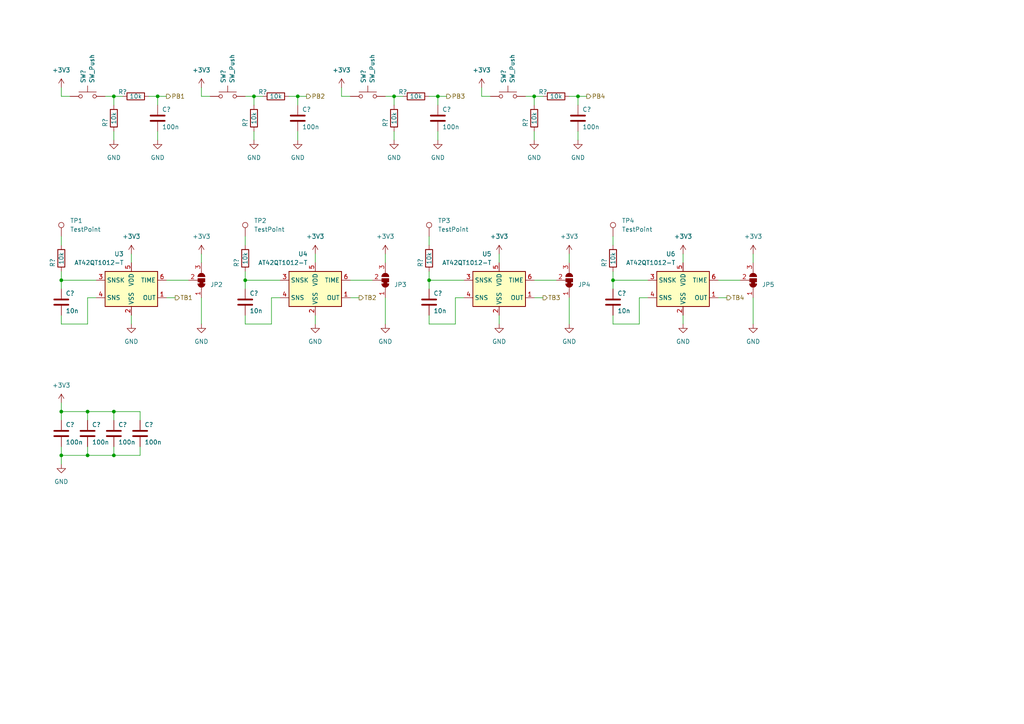
<source format=kicad_sch>
(kicad_sch (version 20230121) (generator eeschema)
  (paper "A4")
  (lib_symbols
    (symbol "Connector:TestPoint" (pin_numbers hide) (pin_names (offset 0.762) hide)
      (property "Reference" "TP" (at 0 6.858 0))
      (property "Value" "TestPoint" (at 0 5.08 0))
      (symbol "TestPoint_0_1"
        (circle (center 0 3.302) (radius 0.762))
      )
      (symbol "TestPoint_1_1"
        (pin passive line (at 0 0 90) (length 2.54) (name "1") (number "1"))
      )
    )
    (symbol "Device:C" (pin_numbers hide) (pin_names (offset 0.254))
      (property "Reference" "C" (at 0.635 2.54 0))
      (property "Value" "C" (at 0.635 -2.54 0))
      (symbol "C_0_1"
        (polyline (pts (xy -2.032 -0.762) (xy 2.032 -0.762)) (stroke (width 0.508)))
        (polyline (pts (xy -2.032 0.762) (xy 2.032 0.762)) (stroke (width 0.508)))
      )
      (symbol "C_1_1"
        (pin passive line (at 0 3.81 270) (length 2.794) (name "~") (number "1"))
        (pin passive line (at 0 -3.81 90) (length 2.794) (name "~") (number "2"))
      )
    )
    (symbol "Device:R" (pin_numbers hide) (pin_names (offset 0))
      (property "Reference" "R" (at 2.032 0 90))
      (property "Value" "R" (at 0 0 90))
      (symbol "R_0_1"
        (rectangle (start -1.016 -2.54) (end 1.016 2.54) (stroke (width 0.254)))
      )
      (symbol "R_1_1"
        (pin passive line (at 0 3.81 270) (length 1.27) (name "~") (number "1"))
        (pin passive line (at 0 -3.81 90) (length 1.27) (name "~") (number "2"))
      )
    )
    (symbol "Jumper:SolderJumper_3_Bridged12" (pin_names (offset 0) hide)
      (property "Reference" "JP" (at -2.54 -2.54 0))
      (property "Value" "SolderJumper_3_Bridged12" (at 0 2.794 0))
      (symbol "SolderJumper_3_Bridged12_0_1"
        (rectangle (start -1.016 0.508) (end -0.508 -0.508) (fill (type outline)))
        (arc (start -1.016 1.016) (mid -2.0276 0) (end -1.016 -1.016))
        (arc (start -1.016 1.016) (mid -2.0276 0) (end -1.016 -1.016) (fill (type outline)))
        (rectangle (start -0.508 1.016) (end 0.508 -1.016) (fill (type outline)))
        (polyline (pts (xy -2.54 0) (xy -2.032 0)))
        (polyline (pts (xy -1.016 1.016) (xy -1.016 -1.016)))
        (polyline (pts (xy 0 -1.27) (xy 0 -1.016)))
        (polyline (pts (xy 1.016 1.016) (xy 1.016 -1.016)))
        (polyline (pts (xy 2.54 0) (xy 2.032 0)))
        (arc (start 1.016 -1.016) (mid 2.0276 0) (end 1.016 1.016))
        (arc (start 1.016 -1.016) (mid 2.0276 0) (end 1.016 1.016) (fill (type outline)))
      )
      (symbol "SolderJumper_3_Bridged12_1_1"
        (pin passive line (at -5.08 0 0) (length 2.54) (name "A") (number "1"))
        (pin passive line (at 0 -3.81 90) (length 2.54) (name "C") (number "2"))
        (pin passive line (at 5.08 0 180) (length 2.54) (name "B") (number "3"))
      )
    )
    (symbol "Sensor_Touch:AT42QT1012-T"
      (property "Reference" "U" (at -2.54 8.89 0))
      (property "Value" "AT42QT1012-T" (at -2.54 6.35 0))
      (symbol "AT42QT1012-T_0_1"
        (rectangle (start -7.62 5.08) (end 7.62 -5.08) (stroke (width 0.254)) (fill (type background)))
      )
      (symbol "AT42QT1012-T_1_1"
        (pin output line (at -10.16 -2.54 0) (length 2.54) (name "OUT") (number "1"))
        (pin power_in line (at 0 -7.62 90) (length 2.54) (name "VSS") (number "2"))
        (pin passive line (at 10.16 2.54 180) (length 2.54) (name "SNSK") (number "3"))
        (pin passive line (at 10.16 -2.54 180) (length 2.54) (name "SNS") (number "4"))
        (pin power_in line (at 0 7.62 270) (length 2.54) (name "VDD") (number "5"))
        (pin input line (at -10.16 2.54 0) (length 2.54) (name "TIME") (number "6"))
      )
    )
    (symbol "Switch:SW_Push" (pin_numbers hide) (pin_names (offset 1.016) hide)
      (property "Reference" "SW" (at 1.27 2.54 0))
      (property "Value" "SW_Push" (at 0 -1.524 0))
      (symbol "SW_Push_0_1"
        (circle (center -2.032 0) (radius 0.508))
        (polyline (pts (xy 0 1.27) (xy 0 3.048)))
        (polyline (pts (xy 2.54 1.27) (xy -2.54 1.27)))
        (circle (center 2.032 0) (radius 0.508))
        (pin passive line (at -5.08 0 0) (length 2.54) (name "1") (number "1"))
        (pin passive line (at 5.08 0 180) (length 2.54) (name "2") (number "2"))
      )
    )
    (symbol "power:+3V3" (power) (pin_names (offset 0))
      (property "Value" "+3V3" (at 0 3.556 0))
      (symbol "+3V3_0_1"
        (polyline (pts (xy -0.762 1.27) (xy 0 2.54)))
        (polyline (pts (xy 0 0) (xy 0 2.54)))
        (polyline (pts (xy 0 2.54) (xy 0.762 1.27)))
      )
      (symbol "+3V3_1_1"
        (pin power_in line (at 0 0 90) (length 0) hide (name "+3V3") (number "1"))
      )
    )
    (symbol "power:GND" (power) (pin_names (offset 0))
      (property "Value" "GND" (at 0 -3.81 0))
      (symbol "GND_0_1"
        (polyline (pts (xy 0 0) (xy 0 -1.27) (xy 1.27 -1.27) (xy 0 -2.54) (xy -1.27 -1.27) (xy 0 -1.27)))
      )
      (symbol "GND_1_1"
        (pin power_in line (at 0 0 270) (length 0) hide (name "GND") (number "1"))
      )
    )
  )
  (junction (at 114.3 27.94))
  (junction (at 127 27.94))
  (junction (at 33.02 132.08))
  (junction (at 167.64 27.94))
  (junction (at 154.94 27.94))
  (junction (at 17.78 132.08))
  (junction (at 33.02 27.94))
  (junction (at 45.72 27.94))
  (junction (at 73.66 27.94))
  (junction (at 17.78 119.38))
  (junction (at 25.4 132.08))
  (junction (at 86.36 27.94))
  (junction (at 71.12 81.28))
  (junction (at 25.4 119.38))
  (junction (at 17.78 81.28))
  (junction (at 177.8 81.28))
  (junction (at 33.02 119.38))
  (junction (at 124.46 81.28))
  (wire (pts (xy 33.02 27.94) (xy 35.56 27.94)))
  (wire (pts (xy 198.12 73.66) (xy 198.12 76.2)))
  (wire (pts (xy 17.78 68.58) (xy 17.78 71.12)))
  (wire (pts (xy 165.1 86.36) (xy 165.1 93.98)))
  (wire (pts (xy 167.64 27.94) (xy 167.64 30.48)))
  (wire (pts (xy 33.02 132.08) (xy 25.4 132.08)))
  (wire (pts (xy 73.66 38.1) (xy 73.66 40.64)))
  (wire (pts (xy 144.78 73.66) (xy 144.78 76.2)))
  (wire (pts (xy 33.02 129.54) (xy 33.02 132.08)))
  (wire (pts (xy 167.64 38.1) (xy 167.64 40.64)))
  (wire (pts (xy 208.28 86.36) (xy 210.82 86.36)))
  (wire (pts (xy 71.12 68.58) (xy 71.12 71.12)))
  (wire (pts (xy 40.64 119.38) (xy 40.64 121.92)))
  (wire (pts (xy 40.64 129.54) (xy 40.64 132.08)))
  (wire (pts (xy 58.42 86.36) (xy 58.42 93.98)))
  (wire (pts (xy 71.12 81.28) (xy 71.12 83.82)))
  (wire (pts (xy 154.94 27.94) (xy 154.94 30.48)))
  (wire (pts (xy 127 27.94) (xy 129.54 27.94)))
  (wire (pts (xy 134.62 81.28) (xy 124.46 81.28)))
  (wire (pts (xy 154.94 27.94) (xy 157.48 27.94)))
  (wire (pts (xy 132.08 86.36) (xy 132.08 93.98)))
  (wire (pts (xy 33.02 119.38) (xy 25.4 119.38)))
  (wire (pts (xy 78.74 93.98) (xy 71.12 93.98)))
  (wire (pts (xy 48.26 86.36) (xy 50.8 86.36)))
  (wire (pts (xy 177.8 68.58) (xy 177.8 71.12)))
  (wire (pts (xy 91.44 73.66) (xy 91.44 76.2)))
  (wire (pts (xy 38.1 91.44) (xy 38.1 93.98)))
  (wire (pts (xy 45.72 27.94) (xy 48.26 27.94)))
  (wire (pts (xy 152.4 27.94) (xy 154.94 27.94)))
  (wire (pts (xy 114.3 38.1) (xy 114.3 40.64)))
  (wire (pts (xy 86.36 27.94) (xy 86.36 30.48)))
  (wire (pts (xy 99.06 27.94) (xy 101.6 27.94)))
  (wire (pts (xy 40.64 132.08) (xy 33.02 132.08)))
  (wire (pts (xy 111.76 27.94) (xy 114.3 27.94)))
  (wire (pts (xy 154.94 38.1) (xy 154.94 40.64)))
  (wire (pts (xy 25.4 86.36) (xy 25.4 93.98)))
  (wire (pts (xy 17.78 93.98) (xy 17.78 91.44)))
  (wire (pts (xy 124.46 93.98) (xy 124.46 91.44)))
  (wire (pts (xy 101.6 86.36) (xy 104.14 86.36)))
  (wire (pts (xy 139.7 25.4) (xy 139.7 27.94)))
  (wire (pts (xy 45.72 27.94) (xy 45.72 30.48)))
  (wire (pts (xy 33.02 30.48) (xy 33.02 27.94)))
  (wire (pts (xy 127 38.1) (xy 127 40.64)))
  (wire (pts (xy 144.78 91.44) (xy 144.78 93.98)))
  (wire (pts (xy 134.62 86.36) (xy 132.08 86.36)))
  (wire (pts (xy 86.36 27.94) (xy 88.9 27.94)))
  (wire (pts (xy 25.4 119.38) (xy 25.4 121.92)))
  (wire (pts (xy 33.02 119.38) (xy 33.02 121.92)))
  (wire (pts (xy 139.7 27.94) (xy 142.24 27.94)))
  (wire (pts (xy 33.02 38.1) (xy 33.02 40.64)))
  (wire (pts (xy 48.26 81.28) (xy 54.61 81.28)))
  (wire (pts (xy 124.46 78.74) (xy 124.46 81.28)))
  (wire (pts (xy 114.3 27.94) (xy 116.84 27.94)))
  (wire (pts (xy 17.78 132.08) (xy 17.78 134.62)))
  (wire (pts (xy 165.1 27.94) (xy 167.64 27.94)))
  (wire (pts (xy 71.12 93.98) (xy 71.12 91.44)))
  (wire (pts (xy 124.46 27.94) (xy 127 27.94)))
  (wire (pts (xy 86.36 38.1) (xy 86.36 40.64)))
  (wire (pts (xy 30.48 27.94) (xy 33.02 27.94)))
  (wire (pts (xy 73.66 27.94) (xy 73.66 30.48)))
  (wire (pts (xy 111.76 86.36) (xy 111.76 93.98)))
  (wire (pts (xy 198.12 91.44) (xy 198.12 93.98)))
  (wire (pts (xy 124.46 68.58) (xy 124.46 71.12)))
  (wire (pts (xy 17.78 116.84) (xy 17.78 119.38)))
  (wire (pts (xy 43.18 27.94) (xy 45.72 27.94)))
  (wire (pts (xy 187.96 86.36) (xy 185.42 86.36)))
  (wire (pts (xy 17.78 121.92) (xy 17.78 119.38)))
  (wire (pts (xy 185.42 86.36) (xy 185.42 93.98)))
  (wire (pts (xy 99.06 25.4) (xy 99.06 27.94)))
  (wire (pts (xy 185.42 93.98) (xy 177.8 93.98)))
  (wire (pts (xy 73.66 27.94) (xy 76.2 27.94)))
  (wire (pts (xy 177.8 78.74) (xy 177.8 81.28)))
  (wire (pts (xy 27.94 86.36) (xy 25.4 86.36)))
  (wire (pts (xy 58.42 27.94) (xy 60.96 27.94)))
  (wire (pts (xy 111.76 73.66) (xy 111.76 76.2)))
  (wire (pts (xy 101.6 81.28) (xy 107.95 81.28)))
  (wire (pts (xy 25.4 93.98) (xy 17.78 93.98)))
  (wire (pts (xy 71.12 78.74) (xy 71.12 81.28)))
  (wire (pts (xy 45.72 38.1) (xy 45.72 40.64)))
  (wire (pts (xy 187.96 81.28) (xy 177.8 81.28)))
  (wire (pts (xy 91.44 91.44) (xy 91.44 93.98)))
  (wire (pts (xy 177.8 81.28) (xy 177.8 83.82)))
  (wire (pts (xy 165.1 73.66) (xy 165.1 76.2)))
  (wire (pts (xy 17.78 78.74) (xy 17.78 81.28)))
  (wire (pts (xy 127 27.94) (xy 127 30.48)))
  (wire (pts (xy 17.78 81.28) (xy 17.78 83.82)))
  (wire (pts (xy 20.32 27.94) (xy 17.78 27.94)))
  (wire (pts (xy 17.78 129.54) (xy 17.78 132.08)))
  (wire (pts (xy 177.8 93.98) (xy 177.8 91.44)))
  (wire (pts (xy 218.44 73.66) (xy 218.44 76.2)))
  (wire (pts (xy 17.78 119.38) (xy 25.4 119.38)))
  (wire (pts (xy 17.78 27.94) (xy 17.78 25.4)))
  (wire (pts (xy 81.28 81.28) (xy 71.12 81.28)))
  (wire (pts (xy 58.42 25.4) (xy 58.42 27.94)))
  (wire (pts (xy 114.3 27.94) (xy 114.3 30.48)))
  (wire (pts (xy 17.78 132.08) (xy 25.4 132.08)))
  (wire (pts (xy 38.1 73.66) (xy 38.1 76.2)))
  (wire (pts (xy 218.44 86.36) (xy 218.44 93.98)))
  (wire (pts (xy 167.64 27.94) (xy 170.18 27.94)))
  (wire (pts (xy 154.94 81.28) (xy 161.29 81.28)))
  (wire (pts (xy 78.74 86.36) (xy 78.74 93.98)))
  (wire (pts (xy 83.82 27.94) (xy 86.36 27.94)))
  (wire (pts (xy 33.02 119.38) (xy 40.64 119.38)))
  (wire (pts (xy 208.28 81.28) (xy 214.63 81.28)))
  (wire (pts (xy 81.28 86.36) (xy 78.74 86.36)))
  (wire (pts (xy 132.08 93.98) (xy 124.46 93.98)))
  (wire (pts (xy 124.46 81.28) (xy 124.46 83.82)))
  (wire (pts (xy 58.42 73.66) (xy 58.42 76.2)))
  (wire (pts (xy 25.4 129.54) (xy 25.4 132.08)))
  (wire (pts (xy 71.12 27.94) (xy 73.66 27.94)))
  (wire (pts (xy 154.94 86.36) (xy 157.48 86.36)))
  (wire (pts (xy 27.94 81.28) (xy 17.78 81.28)))
  (hierarchical_label "TB4" (shape output) (at 210.82 86.36 0))
  (hierarchical_label "PB4" (shape output) (at 170.18 27.94 0))
  (hierarchical_label "TB2" (shape output) (at 104.14 86.36 0))
  (hierarchical_label "PB3" (shape output) (at 129.54 27.94 0))
  (hierarchical_label "PB1" (shape output) (at 48.26 27.94 0))
  (hierarchical_label "TB1" (shape output) (at 50.8 86.36 0))
  (hierarchical_label "TB3" (shape output) (at 157.48 86.36 0))
  (hierarchical_label "PB2" (shape output) (at 88.9 27.94 0))
  (symbol (lib_id "power:GND") (at 165.1 93.98 0) (unit 1)
    (property "Reference" "#PWR?" (effects hide))
    (property "Value" "GND" (at 165.1 99.06 0))
    (instances (project "portal_lights" (path "" (reference "#PWR?") (unit 1)) (path "" (reference "#PWR047") (unit 1))))
  )
  (symbol (lib_id "Device:C") (at 45.72 34.29 0) (unit 1)
    (property "Reference" "C?" (at 46.99 31.75 0) (effects (justify left)))
    (property "Value" "100n" (at 46.99 36.83 0) (effects (justify left)))
    (property "Footprint" "Capacitor_SMD:C_0402_1005Metric_Pad0.74x0.62mm_HandSolder" (effects hide))
    (instances (project "portal_lights" (path "" (reference "C?") (unit 1)) (path "" (reference "C15") (unit 1))))
  )
  (symbol (lib_id "power:GND") (at 33.02 40.64 0) (unit 1)
    (property "Reference" "#PWR?" (effects hide))
    (property "Value" "GND" (at 33.02 45.72 0))
    (instances (project "portal_lights" (path "" (reference "#PWR?") (unit 1)) (path "" (reference "#PWR026") (unit 1))))
  )
  (symbol (lib_id "Sensor_Touch:AT42QT1012-T") (at 38.1 83.82 0) (mirror y) (unit 1)
    (property "Reference" "U3" (at 35.9059 73.66 0) (effects (justify left)))
    (property "Value" "AT42QT1012-T" (at 35.9059 76.2 0) (effects (justify left)))
    (property "Footprint" "Package_TO_SOT_SMD:SOT-23-6" (effects hide))
    (property "Datasheet" "http://ww1.microchip.com/downloads/en/DeviceDoc/40001948A.pdf" (effects hide))
  )
  (symbol (lib_id "Jumper:SolderJumper_3_Bridged12") (at 111.76 81.28 270) (mirror x) (unit 1)
    (property "Reference" "JP3" (at 114.3 82.55 90) (effects (justify left)))
    (property "Value" "SolderJumper_3_Bridged12" (effects hide))
    (property "Footprint" "Jumper:SolderJumper-3_P1.3mm_Bridged12_RoundedPad1.0x1.5mm" (effects hide))
  )
  (symbol (lib_id "Device:R") (at 114.3 34.29 0) (unit 1)
    (property "Reference" "R?" (at 111.76 35.56 90))
    (property "Value" "10k" (at 114.3 34.29 90))
    (property "Footprint" "Resistor_SMD:R_0402_1005Metric_Pad0.72x0.64mm_HandSolder" (effects hide))
    (instances (project "portal_lights" (path "" (reference "R?") (unit 1)) (path "" (reference "R11") (unit 1))))
  )
  (symbol (lib_id "power:+3V3") (at 165.1 73.66 0) (unit 1)
    (property "Reference" "#PWR039" (effects hide))
    (property "Value" "+3V3" (at 165.1 68.58 0))
  )
  (symbol (lib_id "Connector:TestPoint") (at 17.78 68.58 0) (unit 1)
    (property "Reference" "TP1" (at 20.32 64.008 0) (effects (justify left)))
    (property "Value" "TestPoint" (at 20.32 66.548 0) (effects (justify left)))
    (property "Footprint" "TestPoint:TestPoint_Pad_D4.0mm" (effects hide))
  )
  (symbol (lib_id "power:+3V3") (at 144.78 73.66 0) (unit 1)
    (property "Reference" "#PWR038" (effects hide))
    (property "Value" "+3V3" (at 144.78 68.58 0))
  )
  (symbol (lib_id "Device:C") (at 25.4 125.73 0) (unit 1)
    (property "Reference" "C?" (at 26.67 123.19 0) (effects (justify left)))
    (property "Value" "100n" (at 26.67 128.27 0) (effects (justify left)))
    (property "Footprint" "Capacitor_SMD:C_0402_1005Metric_Pad0.74x0.62mm_HandSolder" (effects hide))
    (instances (project "portal_lights" (path "" (reference "C?") (unit 1)) (path "" (reference "C24") (unit 1)) (path "" (reference "C?") (unit 1))))
  )
  (symbol (lib_id "Device:R") (at 71.12 74.93 0) (unit 1)
    (property "Reference" "R?" (at 68.58 76.2 90))
    (property "Value" "10k" (at 71.12 74.93 90))
    (property "Footprint" "Resistor_SMD:R_0402_1005Metric_Pad0.72x0.64mm_HandSolder" (effects hide))
    (instances (project "portal_lights" (path "" (reference "R?") (unit 1)) (path "" (reference "R14") (unit 1))))
  )
  (symbol (lib_id "power:GND") (at 167.64 40.64 0) (unit 1)
    (property "Reference" "#PWR?" (effects hide))
    (property "Value" "GND" (at 167.64 45.72 0))
    (instances (project "portal_lights" (path "" (reference "#PWR?") (unit 1)) (path "" (reference "#PWR033") (unit 1))))
  )
  (symbol (lib_id "power:+3V3") (at 58.42 73.66 0) (unit 1)
    (property "Reference" "#PWR035" (effects hide))
    (property "Value" "+3V3" (at 58.42 68.58 0))
  )
  (symbol (lib_id "Device:C") (at 71.12 87.63 0) (unit 1)
    (property "Reference" "C?" (at 72.39 85.09 0) (effects (justify left)))
    (property "Value" "10n" (at 72.39 90.17 0) (effects (justify left)))
    (property "Footprint" "Capacitor_SMD:C_0402_1005Metric_Pad0.74x0.62mm_HandSolder" (effects hide))
    (instances (project "portal_lights" (path "" (reference "C?") (unit 1)) (path "" (reference "C20") (unit 1))))
  )
  (symbol (lib_id "Switch:SW_Push") (at 106.68 27.94 0) (unit 1)
    (property "Reference" "SW?" (at 105.41 24.13 90) (effects (justify left)))
    (property "Value" "SW_Push" (at 107.95 24.13 90) (effects (justify left)))
    (property "Footprint" "Button_Switch_SMD:SW_Push_1P1T_NO_6x6mm_H9.5mm" (effects hide))
    (instances (project "portal_lights" (path "" (reference "SW?") (unit 1)) (path "" (reference "SW3") (unit 1))))
  )
  (symbol (lib_id "power:+3V3") (at 38.1 73.66 0) (unit 1)
    (property "Reference" "#PWR034" (effects hide))
    (property "Value" "+3V3" (at 38.1 68.58 0))
  )
  (symbol (lib_id "power:+3V3") (at 58.42 25.4 0) (unit 1)
    (property "Reference" "#PWR023" (effects hide))
    (property "Value" "+3V3" (at 58.42 20.32 0))
  )
  (symbol (lib_id "Connector:TestPoint") (at 177.8 68.58 0) (unit 1)
    (property "Reference" "TP4" (at 180.34 64.008 0) (effects (justify left)))
    (property "Value" "TestPoint" (at 180.34 66.548 0) (effects (justify left)))
    (property "Footprint" "TestPoint:TestPoint_Pad_D4.0mm" (effects hide))
  )
  (symbol (lib_id "power:GND") (at 73.66 40.64 0) (unit 1)
    (property "Reference" "#PWR?" (effects hide))
    (property "Value" "GND" (at 73.66 45.72 0))
    (instances (project "portal_lights" (path "" (reference "#PWR?") (unit 1)) (path "" (reference "#PWR028") (unit 1))))
  )
  (symbol (lib_id "power:+3V3") (at 17.78 116.84 0) (unit 1)
    (property "Reference" "#PWR?" (effects hide))
    (property "Value" "+3V3" (at 17.78 111.76 0))
    (instances (project "portal_lights" (path "" (reference "#PWR?") (unit 1)) (path "" (reference "#PWR050") (unit 1))))
  )
  (symbol (lib_id "Device:C") (at 86.36 34.29 0) (unit 1)
    (property "Reference" "C?" (at 87.63 31.75 0) (effects (justify left)))
    (property "Value" "100n" (at 87.63 36.83 0) (effects (justify left)))
    (property "Footprint" "Capacitor_SMD:C_0402_1005Metric_Pad0.74x0.62mm_HandSolder" (effects hide))
    (instances (project "portal_lights" (path "" (reference "C?") (unit 1)) (path "" (reference "C16") (unit 1))))
  )
  (symbol (lib_id "Device:R") (at 39.37 27.94 90) (unit 1)
    (property "Reference" "R?" (at 35.56 26.67 90))
    (property "Value" "10k" (at 39.37 27.94 90))
    (property "Footprint" "Resistor_SMD:R_0402_1005Metric_Pad0.72x0.64mm_HandSolder" (effects hide))
    (instances (project "portal_lights" (path "" (reference "R?") (unit 1)) (path "" (reference "R5") (unit 1))))
  )
  (symbol (lib_id "power:GND") (at 86.36 40.64 0) (unit 1)
    (property "Reference" "#PWR?" (effects hide))
    (property "Value" "GND" (at 86.36 45.72 0))
    (instances (project "portal_lights" (path "" (reference "#PWR?") (unit 1)) (path "" (reference "#PWR029") (unit 1))))
  )
  (symbol (lib_id "Device:C") (at 127 34.29 0) (unit 1)
    (property "Reference" "C?" (at 128.27 31.75 0) (effects (justify left)))
    (property "Value" "100n" (at 128.27 36.83 0) (effects (justify left)))
    (property "Footprint" "Capacitor_SMD:C_0402_1005Metric_Pad0.74x0.62mm_HandSolder" (effects hide))
    (instances (project "portal_lights" (path "" (reference "C?") (unit 1)) (path "" (reference "C17") (unit 1))))
  )
  (symbol (lib_id "power:+3V3") (at 111.76 73.66 0) (unit 1)
    (property "Reference" "#PWR037" (effects hide))
    (property "Value" "+3V3" (at 111.76 68.58 0))
  )
  (symbol (lib_id "Sensor_Touch:AT42QT1012-T") (at 144.78 83.82 0) (mirror y) (unit 1)
    (property "Reference" "U5" (at 142.5859 73.66 0) (effects (justify left)))
    (property "Value" "AT42QT1012-T" (at 142.5859 76.2 0) (effects (justify left)))
    (property "Footprint" "Package_TO_SOT_SMD:SOT-23-6" (effects hide))
    (property "Datasheet" "http://ww1.microchip.com/downloads/en/DeviceDoc/40001948A.pdf" (effects hide))
  )
  (symbol (lib_id "power:GND") (at 17.78 134.62 0) (unit 1)
    (property "Reference" "#PWR?" (effects hide))
    (property "Value" "GND" (at 17.78 139.7 0))
    (instances (project "portal_lights" (path "" (reference "#PWR?") (unit 1)) (path "" (reference "#PWR051") (unit 1))))
  )
  (symbol (lib_id "Jumper:SolderJumper_3_Bridged12") (at 218.44 81.28 270) (mirror x) (unit 1)
    (property "Reference" "JP5" (at 220.98 82.55 90) (effects (justify left)))
    (property "Value" "SolderJumper_3_Bridged12" (effects hide))
    (property "Footprint" "Jumper:SolderJumper-3_P1.3mm_Bridged12_RoundedPad1.0x1.5mm" (effects hide))
  )
  (symbol (lib_id "power:GND") (at 114.3 40.64 0) (unit 1)
    (property "Reference" "#PWR?" (effects hide))
    (property "Value" "GND" (at 114.3 45.72 0))
    (instances (project "portal_lights" (path "" (reference "#PWR?") (unit 1)) (path "" (reference "#PWR030") (unit 1))))
  )
  (symbol (lib_id "Device:C") (at 167.64 34.29 0) (unit 1)
    (property "Reference" "C?" (at 168.91 31.75 0) (effects (justify left)))
    (property "Value" "100n" (at 168.91 36.83 0) (effects (justify left)))
    (property "Footprint" "Capacitor_SMD:C_0402_1005Metric_Pad0.74x0.62mm_HandSolder" (effects hide))
    (instances (project "portal_lights" (path "" (reference "C?") (unit 1)) (path "" (reference "C18") (unit 1))))
  )
  (symbol (lib_id "power:+3V3") (at 91.44 73.66 0) (unit 1)
    (property "Reference" "#PWR036" (effects hide))
    (property "Value" "+3V3" (at 91.44 68.58 0))
  )
  (symbol (lib_id "power:GND") (at 218.44 93.98 0) (unit 1)
    (property "Reference" "#PWR?" (effects hide))
    (property "Value" "GND" (at 218.44 99.06 0))
    (instances (project "portal_lights" (path "" (reference "#PWR?") (unit 1)) (path "" (reference "#PWR049") (unit 1))))
  )
  (symbol (lib_id "power:GND") (at 144.78 93.98 0) (unit 1)
    (property "Reference" "#PWR?" (effects hide))
    (property "Value" "GND" (at 144.78 99.06 0))
    (instances (project "portal_lights" (path "" (reference "#PWR?") (unit 1)) (path "" (reference "#PWR046") (unit 1))))
  )
  (symbol (lib_id "Connector:TestPoint") (at 71.12 68.58 0) (unit 1)
    (property "Reference" "TP2" (at 73.66 64.008 0) (effects (justify left)))
    (property "Value" "TestPoint" (at 73.66 66.548 0) (effects (justify left)))
    (property "Footprint" "TestPoint:TestPoint_Pad_D4.0mm" (effects hide))
  )
  (symbol (lib_id "Sensor_Touch:AT42QT1012-T") (at 198.12 83.82 0) (mirror y) (unit 1)
    (property "Reference" "U6" (at 195.9259 73.66 0) (effects (justify left)))
    (property "Value" "AT42QT1012-T" (at 195.9259 76.2 0) (effects (justify left)))
    (property "Footprint" "Package_TO_SOT_SMD:SOT-23-6" (effects hide))
    (property "Datasheet" "http://ww1.microchip.com/downloads/en/DeviceDoc/40001948A.pdf" (effects hide))
  )
  (symbol (lib_id "Device:C") (at 124.46 87.63 0) (unit 1)
    (property "Reference" "C?" (at 125.73 85.09 0) (effects (justify left)))
    (property "Value" "10n" (at 125.73 90.17 0) (effects (justify left)))
    (property "Footprint" "Capacitor_SMD:C_0402_1005Metric_Pad0.74x0.62mm_HandSolder" (effects hide))
    (instances (project "portal_lights" (path "" (reference "C?") (unit 1)) (path "" (reference "C21") (unit 1))))
  )
  (symbol (lib_id "Device:R") (at 120.65 27.94 90) (unit 1)
    (property "Reference" "R?" (at 116.84 26.67 90))
    (property "Value" "10k" (at 120.65 27.94 90))
    (property "Footprint" "Resistor_SMD:R_0402_1005Metric_Pad0.72x0.64mm_HandSolder" (effects hide))
    (instances (project "portal_lights" (path "" (reference "R?") (unit 1)) (path "" (reference "R7") (unit 1))))
  )
  (symbol (lib_id "Device:R") (at 73.66 34.29 0) (unit 1)
    (property "Reference" "R?" (at 71.12 35.56 90))
    (property "Value" "10k" (at 73.66 34.29 90))
    (property "Footprint" "Resistor_SMD:R_0402_1005Metric_Pad0.72x0.64mm_HandSolder" (effects hide))
    (instances (project "portal_lights" (path "" (reference "R?") (unit 1)) (path "" (reference "R10") (unit 1))))
  )
  (symbol (lib_id "Device:R") (at 33.02 34.29 0) (unit 1)
    (property "Reference" "R?" (at 30.48 35.56 90))
    (property "Value" "10k" (at 33.02 34.29 90))
    (property "Footprint" "Resistor_SMD:R_0402_1005Metric_Pad0.72x0.64mm_HandSolder" (effects hide))
    (instances (project "portal_lights" (path "" (reference "R?") (unit 1)) (path "" (reference "R9") (unit 1))))
  )
  (symbol (lib_id "Jumper:SolderJumper_3_Bridged12") (at 165.1 81.28 270) (mirror x) (unit 1)
    (property "Reference" "JP4" (at 167.64 82.55 90) (effects (justify left)))
    (property "Value" "SolderJumper_3_Bridged12" (effects hide))
    (property "Footprint" "Jumper:SolderJumper-3_P1.3mm_Bridged12_RoundedPad1.0x1.5mm" (effects hide))
  )
  (symbol (lib_id "Jumper:SolderJumper_3_Bridged12") (at 58.42 81.28 270) (mirror x) (unit 1)
    (property "Reference" "JP2" (at 60.96 82.55 90) (effects (justify left)))
    (property "Value" "SolderJumper_3_Bridged12" (effects hide))
    (property "Footprint" "Jumper:SolderJumper-3_P1.3mm_Bridged12_RoundedPad1.0x1.5mm" (effects hide))
  )
  (symbol (lib_id "Device:C") (at 177.8 87.63 0) (unit 1)
    (property "Reference" "C?" (at 179.07 85.09 0) (effects (justify left)))
    (property "Value" "10n" (at 179.07 90.17 0) (effects (justify left)))
    (property "Footprint" "Capacitor_SMD:C_0402_1005Metric_Pad0.74x0.62mm_HandSolder" (effects hide))
    (instances (project "portal_lights" (path "" (reference "C?") (unit 1)) (path "" (reference "C22") (unit 1))))
  )
  (symbol (lib_id "Switch:SW_Push") (at 147.32 27.94 0) (unit 1)
    (property "Reference" "SW?" (at 146.05 24.13 90) (effects (justify left)))
    (property "Value" "SW_Push" (at 148.59 24.13 90) (effects (justify left)))
    (property "Footprint" "Button_Switch_SMD:SW_Push_1P1T_NO_6x6mm_H9.5mm" (effects hide))
    (instances (project "portal_lights" (path "" (reference "SW?") (unit 1)) (path "" (reference "SW4") (unit 1))))
  )
  (symbol (lib_id "power:GND") (at 111.76 93.98 0) (unit 1)
    (property "Reference" "#PWR?" (effects hide))
    (property "Value" "GND" (at 111.76 99.06 0))
    (instances (project "portal_lights" (path "" (reference "#PWR?") (unit 1)) (path "" (reference "#PWR045") (unit 1))))
  )
  (symbol (lib_id "power:+3V3") (at 139.7 25.4 0) (unit 1)
    (property "Reference" "#PWR025" (effects hide))
    (property "Value" "+3V3" (at 139.7 20.32 0))
  )
  (symbol (lib_id "power:+3V3") (at 99.06 25.4 0) (unit 1)
    (property "Reference" "#PWR024" (effects hide))
    (property "Value" "+3V3" (at 99.06 20.32 0))
  )
  (symbol (lib_id "Sensor_Touch:AT42QT1012-T") (at 91.44 83.82 0) (mirror y) (unit 1)
    (property "Reference" "U4" (at 89.2459 73.66 0) (effects (justify left)))
    (property "Value" "AT42QT1012-T" (at 89.2459 76.2 0) (effects (justify left)))
    (property "Footprint" "Package_TO_SOT_SMD:SOT-23-6" (effects hide))
    (property "Datasheet" "http://ww1.microchip.com/downloads/en/DeviceDoc/40001948A.pdf" (effects hide))
  )
  (symbol (lib_id "Device:R") (at 161.29 27.94 90) (unit 1)
    (property "Reference" "R?" (at 157.48 26.67 90))
    (property "Value" "10k" (at 161.29 27.94 90))
    (property "Footprint" "Resistor_SMD:R_0402_1005Metric_Pad0.72x0.64mm_HandSolder" (effects hide))
    (instances (project "portal_lights" (path "" (reference "R?") (unit 1)) (path "" (reference "R8") (unit 1))))
  )
  (symbol (lib_id "Device:R") (at 177.8 74.93 0) (unit 1)
    (property "Reference" "R?" (at 175.26 76.2 90))
    (property "Value" "10k" (at 177.8 74.93 90))
    (property "Footprint" "Resistor_SMD:R_0402_1005Metric_Pad0.72x0.64mm_HandSolder" (effects hide))
    (instances (project "portal_lights" (path "" (reference "R?") (unit 1)) (path "" (reference "R16") (unit 1))))
  )
  (symbol (lib_id "power:GND") (at 91.44 93.98 0) (unit 1)
    (property "Reference" "#PWR?" (effects hide))
    (property "Value" "GND" (at 91.44 99.06 0))
    (instances (project "portal_lights" (path "" (reference "#PWR?") (unit 1)) (path "" (reference "#PWR044") (unit 1))))
  )
  (symbol (lib_id "Connector:TestPoint") (at 124.46 68.58 0) (unit 1)
    (property "Reference" "TP3" (at 127 64.008 0) (effects (justify left)))
    (property "Value" "TestPoint" (at 127 66.548 0) (effects (justify left)))
    (property "Footprint" "TestPoint:TestPoint_Pad_D4.0mm" (effects hide))
  )
  (symbol (lib_id "Device:C") (at 40.64 125.73 0) (unit 1)
    (property "Reference" "C?" (at 41.91 123.19 0) (effects (justify left)))
    (property "Value" "100n" (at 41.91 128.27 0) (effects (justify left)))
    (property "Footprint" "Capacitor_SMD:C_0402_1005Metric_Pad0.74x0.62mm_HandSolder" (effects hide))
    (instances (project "portal_lights" (path "" (reference "C?") (unit 1)) (path "" (reference "C26") (unit 1)) (path "" (reference "C?") (unit 1))))
  )
  (symbol (lib_id "power:GND") (at 45.72 40.64 0) (unit 1)
    (property "Reference" "#PWR?" (effects hide))
    (property "Value" "GND" (at 45.72 45.72 0))
    (instances (project "portal_lights" (path "" (reference "#PWR?") (unit 1)) (path "" (reference "#PWR027") (unit 1))))
  )
  (symbol (lib_id "Device:R") (at 154.94 34.29 0) (unit 1)
    (property "Reference" "R?" (at 152.4 35.56 90))
    (property "Value" "10k" (at 154.94 34.29 90))
    (property "Footprint" "Resistor_SMD:R_0402_1005Metric_Pad0.72x0.64mm_HandSolder" (effects hide))
    (instances (project "portal_lights" (path "" (reference "R?") (unit 1)) (path "" (reference "R12") (unit 1))))
  )
  (symbol (lib_id "power:+3V3") (at 218.44 73.66 0) (unit 1)
    (property "Reference" "#PWR041" (effects hide))
    (property "Value" "+3V3" (at 218.44 68.58 0))
  )
  (symbol (lib_id "Device:R") (at 17.78 74.93 0) (unit 1)
    (property "Reference" "R?" (at 15.24 76.2 90))
    (property "Value" "10k" (at 17.78 74.93 90))
    (property "Footprint" "Resistor_SMD:R_0402_1005Metric_Pad0.72x0.64mm_HandSolder" (effects hide))
    (instances (project "portal_lights" (path "" (reference "R?") (unit 1)) (path "" (reference "R13") (unit 1))))
  )
  (symbol (lib_id "power:+3V3") (at 198.12 73.66 0) (unit 1)
    (property "Reference" "#PWR040" (effects hide))
    (property "Value" "+3V3" (at 198.12 68.58 0))
  )
  (symbol (lib_id "power:GND") (at 127 40.64 0) (unit 1)
    (property "Reference" "#PWR?" (effects hide))
    (property "Value" "GND" (at 127 45.72 0))
    (instances (project "portal_lights" (path "" (reference "#PWR?") (unit 1)) (path "" (reference "#PWR031") (unit 1))))
  )
  (symbol (lib_id "Switch:SW_Push") (at 66.04 27.94 0) (unit 1)
    (property "Reference" "SW?" (at 64.77 24.13 90) (effects (justify left)))
    (property "Value" "SW_Push" (at 67.31 24.13 90) (effects (justify left)))
    (property "Footprint" "Button_Switch_SMD:SW_Push_1P1T_NO_6x6mm_H9.5mm" (effects hide))
    (instances (project "portal_lights" (path "" (reference "SW?") (unit 1)) (path "" (reference "SW2") (unit 1))))
  )
  (symbol (lib_id "Device:C") (at 17.78 125.73 0) (unit 1)
    (property "Reference" "C?" (at 19.05 123.19 0) (effects (justify left)))
    (property "Value" "100n" (at 19.05 128.27 0) (effects (justify left)))
    (property "Footprint" "Capacitor_SMD:C_0402_1005Metric_Pad0.74x0.62mm_HandSolder" (effects hide))
    (instances (project "portal_lights" (path "" (reference "C?") (unit 1)) (path "" (reference "C23") (unit 1)) (path "" (reference "C?") (unit 1))))
  )
  (symbol (lib_id "Device:C") (at 17.78 87.63 0) (unit 1)
    (property "Reference" "C?" (at 19.05 85.09 0) (effects (justify left)))
    (property "Value" "10n" (at 19.05 90.17 0) (effects (justify left)))
    (property "Footprint" "Capacitor_SMD:C_0402_1005Metric_Pad0.74x0.62mm_HandSolder" (effects hide))
    (instances (project "portal_lights" (path "" (reference "C?") (unit 1)) (path "" (reference "C19") (unit 1))))
  )
  (symbol (lib_id "power:GND") (at 198.12 93.98 0) (unit 1)
    (property "Reference" "#PWR?" (effects hide))
    (property "Value" "GND" (at 198.12 99.06 0))
    (instances (project "portal_lights" (path "" (reference "#PWR?") (unit 1)) (path "" (reference "#PWR048") (unit 1))))
  )
  (symbol (lib_id "power:+3V3") (at 17.78 25.4 0) (unit 1)
    (property "Reference" "#PWR022" (effects hide))
    (property "Value" "+3V3" (at 17.78 20.32 0))
  )
  (symbol (lib_id "Device:R") (at 124.46 74.93 0) (unit 1)
    (property "Reference" "R?" (at 121.92 76.2 90))
    (property "Value" "10k" (at 124.46 74.93 90))
    (property "Footprint" "Resistor_SMD:R_0402_1005Metric_Pad0.72x0.64mm_HandSolder" (effects hide))
    (instances (project "portal_lights" (path "" (reference "R?") (unit 1)) (path "" (reference "R15") (unit 1))))
  )
  (symbol (lib_id "Device:C") (at 33.02 125.73 0) (unit 1)
    (property "Reference" "C?" (at 34.29 123.19 0) (effects (justify left)))
    (property "Value" "100n" (at 34.29 128.27 0) (effects (justify left)))
    (property "Footprint" "Capacitor_SMD:C_0402_1005Metric_Pad0.74x0.62mm_HandSolder" (effects hide))
    (instances (project "portal_lights" (path "" (reference "C?") (unit 1)) (path "" (reference "C25") (unit 1)) (path "" (reference "C?") (unit 1))))
  )
  (symbol (lib_id "Switch:SW_Push") (at 25.4 27.94 0) (unit 1)
    (property "Reference" "SW?" (at 24.13 24.13 90) (effects (justify left)))
    (property "Value" "SW_Push" (at 26.67 24.13 90) (effects (justify left)))
    (property "Footprint" "Button_Switch_SMD:SW_Push_1P1T_NO_6x6mm_H9.5mm" (effects hide))
    (instances (project "portal_lights" (path "" (reference "SW?") (unit 1)) (path "" (reference "SW1") (unit 1))))
  )
  (symbol (lib_id "power:GND") (at 58.42 93.98 0) (unit 1)
    (property "Reference" "#PWR?" (effects hide))
    (property "Value" "GND" (at 58.42 99.06 0))
    (instances (project "portal_lights" (path "" (reference "#PWR?") (unit 1)) (path "" (reference "#PWR043") (unit 1))))
  )
  (symbol (lib_id "power:GND") (at 154.94 40.64 0) (unit 1)
    (property "Reference" "#PWR?" (effects hide))
    (property "Value" "GND" (at 154.94 45.72 0))
    (instances (project "portal_lights" (path "" (reference "#PWR?") (unit 1)) (path "" (reference "#PWR032") (unit 1))))
  )
  (symbol (lib_id "power:GND") (at 38.1 93.98 0) (unit 1)
    (property "Reference" "#PWR?" (effects hide))
    (property "Value" "GND" (at 38.1 99.06 0))
    (instances (project "portal_lights" (path "" (reference "#PWR?") (unit 1)) (path "" (reference "#PWR042") (unit 1))))
  )
  (symbol (lib_id "Device:R") (at 80.01 27.94 90) (unit 1)
    (property "Reference" "R?" (at 76.2 26.67 90))
    (property "Value" "10k" (at 80.01 27.94 90))
    (property "Footprint" "Resistor_SMD:R_0402_1005Metric_Pad0.72x0.64mm_HandSolder" (effects hide))
    (instances (project "portal_lights" (path "" (reference "R?") (unit 1)) (path "" (reference "R6") (unit 1))))
  )
)
</source>
